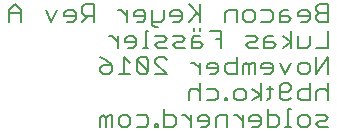
<source format=gbo>
G75*
%MOIN*%
%OFA0B0*%
%FSLAX25Y25*%
%IPPOS*%
%LPD*%
%AMOC8*
5,1,8,0,0,1.08239X$1,22.5*
%
%ADD10C,0.00800*%
D10*
X0093223Y0118356D02*
X0093223Y0121258D01*
X0094190Y0122226D01*
X0095158Y0121258D01*
X0095158Y0118356D01*
X0097093Y0118356D02*
X0097093Y0122226D01*
X0096125Y0122226D01*
X0095158Y0121258D01*
X0099300Y0121258D02*
X0099300Y0119323D01*
X0100267Y0118356D01*
X0102202Y0118356D01*
X0103170Y0119323D01*
X0103170Y0121258D01*
X0102202Y0122226D01*
X0100267Y0122226D01*
X0099300Y0121258D01*
X0105377Y0122226D02*
X0108280Y0122226D01*
X0109247Y0121258D01*
X0109247Y0119323D01*
X0108280Y0118356D01*
X0105377Y0118356D01*
X0111318Y0118356D02*
X0112286Y0118356D01*
X0112286Y0119323D01*
X0111318Y0119323D01*
X0111318Y0118356D01*
X0114493Y0118356D02*
X0117395Y0118356D01*
X0118363Y0119323D01*
X0118363Y0121258D01*
X0117395Y0122226D01*
X0114493Y0122226D01*
X0114493Y0124161D02*
X0114493Y0118356D01*
X0120525Y0122226D02*
X0121492Y0122226D01*
X0123427Y0120291D01*
X0123427Y0118356D02*
X0123427Y0122226D01*
X0125634Y0121258D02*
X0125634Y0120291D01*
X0129504Y0120291D01*
X0129504Y0121258D02*
X0128537Y0122226D01*
X0126602Y0122226D01*
X0125634Y0121258D01*
X0126602Y0118356D02*
X0128537Y0118356D01*
X0129504Y0119323D01*
X0129504Y0121258D01*
X0131712Y0121258D02*
X0131712Y0118356D01*
X0131712Y0121258D02*
X0132679Y0122226D01*
X0135582Y0122226D01*
X0135582Y0118356D01*
X0137743Y0122226D02*
X0138711Y0122226D01*
X0140646Y0120291D01*
X0140646Y0118356D02*
X0140646Y0122226D01*
X0142853Y0121258D02*
X0142853Y0120291D01*
X0146723Y0120291D01*
X0146723Y0121258D02*
X0145756Y0122226D01*
X0143821Y0122226D01*
X0142853Y0121258D01*
X0143821Y0118356D02*
X0145756Y0118356D01*
X0146723Y0119323D01*
X0146723Y0121258D01*
X0148930Y0122226D02*
X0151833Y0122226D01*
X0152800Y0121258D01*
X0152800Y0119323D01*
X0151833Y0118356D01*
X0148930Y0118356D01*
X0148930Y0124161D01*
X0148840Y0127106D02*
X0149807Y0128073D01*
X0149807Y0131943D01*
X0148840Y0130976D02*
X0150775Y0130976D01*
X0152982Y0131943D02*
X0152982Y0128073D01*
X0153949Y0127106D01*
X0155884Y0127106D01*
X0156852Y0128073D01*
X0155884Y0130008D02*
X0152982Y0130008D01*
X0152982Y0131943D02*
X0153949Y0132911D01*
X0155884Y0132911D01*
X0156852Y0131943D01*
X0156852Y0130976D01*
X0155884Y0130008D01*
X0159059Y0130008D02*
X0159059Y0128073D01*
X0160027Y0127106D01*
X0162929Y0127106D01*
X0162929Y0132911D01*
X0162929Y0130976D02*
X0160027Y0130976D01*
X0159059Y0130008D01*
X0160027Y0135856D02*
X0159059Y0136823D01*
X0159059Y0138758D01*
X0160027Y0139726D01*
X0161961Y0139726D01*
X0162929Y0138758D01*
X0162929Y0136823D01*
X0161961Y0135856D01*
X0160027Y0135856D01*
X0156852Y0139726D02*
X0154917Y0135856D01*
X0152982Y0139726D01*
X0150775Y0138758D02*
X0150775Y0136823D01*
X0149807Y0135856D01*
X0147872Y0135856D01*
X0146905Y0137791D02*
X0150775Y0137791D01*
X0150775Y0138758D02*
X0149807Y0139726D01*
X0147872Y0139726D01*
X0146905Y0138758D01*
X0146905Y0137791D01*
X0144697Y0135856D02*
X0144697Y0139726D01*
X0143730Y0139726D01*
X0142762Y0138758D01*
X0141795Y0139726D01*
X0140827Y0138758D01*
X0140827Y0135856D01*
X0142762Y0135856D02*
X0142762Y0138758D01*
X0138620Y0139726D02*
X0135718Y0139726D01*
X0134750Y0138758D01*
X0134750Y0136823D01*
X0135718Y0135856D01*
X0138620Y0135856D01*
X0138620Y0141661D01*
X0141840Y0145573D02*
X0142808Y0146541D01*
X0144743Y0146541D01*
X0145710Y0147508D01*
X0144743Y0148476D01*
X0141840Y0148476D01*
X0141840Y0145573D02*
X0142808Y0144606D01*
X0145710Y0144606D01*
X0147917Y0144606D02*
X0147917Y0147508D01*
X0148885Y0148476D01*
X0150820Y0148476D01*
X0150820Y0146541D02*
X0147917Y0146541D01*
X0147917Y0144606D02*
X0150820Y0144606D01*
X0151787Y0145573D01*
X0150820Y0146541D01*
X0153949Y0148476D02*
X0156852Y0146541D01*
X0153949Y0144606D01*
X0156852Y0144606D02*
X0156852Y0150411D01*
X0159059Y0148476D02*
X0159059Y0144606D01*
X0161961Y0144606D01*
X0162929Y0145573D01*
X0162929Y0148476D01*
X0165136Y0144606D02*
X0169006Y0144606D01*
X0169006Y0150411D01*
X0169006Y0153356D02*
X0166104Y0153356D01*
X0165136Y0154323D01*
X0165136Y0155291D01*
X0166104Y0156258D01*
X0169006Y0156258D01*
X0169006Y0153356D02*
X0169006Y0159161D01*
X0166104Y0159161D01*
X0165136Y0158193D01*
X0165136Y0157226D01*
X0166104Y0156258D01*
X0162929Y0156258D02*
X0162929Y0154323D01*
X0161961Y0153356D01*
X0160027Y0153356D01*
X0159059Y0155291D02*
X0162929Y0155291D01*
X0162929Y0156258D02*
X0161961Y0157226D01*
X0160027Y0157226D01*
X0159059Y0156258D01*
X0159059Y0155291D01*
X0156852Y0154323D02*
X0155884Y0155291D01*
X0152982Y0155291D01*
X0152982Y0156258D02*
X0152982Y0153356D01*
X0155884Y0153356D01*
X0156852Y0154323D01*
X0155884Y0157226D02*
X0153949Y0157226D01*
X0152982Y0156258D01*
X0150775Y0156258D02*
X0150775Y0154323D01*
X0149807Y0153356D01*
X0146905Y0153356D01*
X0144697Y0154323D02*
X0143730Y0153356D01*
X0141795Y0153356D01*
X0140827Y0154323D01*
X0140827Y0156258D01*
X0141795Y0157226D01*
X0143730Y0157226D01*
X0144697Y0156258D01*
X0144697Y0154323D01*
X0146905Y0157226D02*
X0149807Y0157226D01*
X0150775Y0156258D01*
X0138620Y0157226D02*
X0138620Y0153356D01*
X0134750Y0153356D02*
X0134750Y0156258D01*
X0135718Y0157226D01*
X0138620Y0157226D01*
X0133556Y0150411D02*
X0129686Y0150411D01*
X0126511Y0150411D02*
X0126511Y0151378D01*
X0124576Y0151378D02*
X0124576Y0150411D01*
X0124576Y0148476D02*
X0123609Y0147508D01*
X0123609Y0144606D01*
X0126511Y0144606D01*
X0127479Y0145573D01*
X0126511Y0146541D01*
X0123609Y0146541D01*
X0124576Y0148476D02*
X0126511Y0148476D01*
X0126466Y0153356D02*
X0126466Y0159161D01*
X0125498Y0156258D02*
X0122596Y0153356D01*
X0120389Y0154323D02*
X0120389Y0156258D01*
X0119421Y0157226D01*
X0117486Y0157226D01*
X0116519Y0156258D01*
X0116519Y0155291D01*
X0120389Y0155291D01*
X0120389Y0154323D02*
X0119421Y0153356D01*
X0117486Y0153356D01*
X0114311Y0154323D02*
X0113344Y0153356D01*
X0110441Y0153356D01*
X0110441Y0152388D02*
X0111409Y0151421D01*
X0112376Y0151421D01*
X0110441Y0152388D02*
X0110441Y0157226D01*
X0108234Y0156258D02*
X0108234Y0154323D01*
X0107267Y0153356D01*
X0105332Y0153356D01*
X0104364Y0155291D02*
X0108234Y0155291D01*
X0108234Y0156258D02*
X0107267Y0157226D01*
X0105332Y0157226D01*
X0104364Y0156258D01*
X0104364Y0155291D01*
X0102157Y0155291D02*
X0100222Y0157226D01*
X0099255Y0157226D01*
X0102157Y0157226D02*
X0102157Y0153356D01*
X0102293Y0148476D02*
X0101326Y0147508D01*
X0101326Y0146541D01*
X0105196Y0146541D01*
X0105196Y0147508D02*
X0104228Y0148476D01*
X0102293Y0148476D01*
X0105196Y0147508D02*
X0105196Y0145573D01*
X0104228Y0144606D01*
X0102293Y0144606D01*
X0101235Y0141661D02*
X0101235Y0135856D01*
X0103170Y0135856D02*
X0099300Y0135856D01*
X0097093Y0136823D02*
X0096125Y0135856D01*
X0094190Y0135856D01*
X0093223Y0136823D01*
X0093223Y0137791D01*
X0094190Y0138758D01*
X0097093Y0138758D01*
X0097093Y0136823D01*
X0097093Y0138758D02*
X0095158Y0140693D01*
X0093223Y0141661D01*
X0099118Y0144606D02*
X0099118Y0148476D01*
X0097184Y0148476D02*
X0099118Y0146541D01*
X0097184Y0148476D02*
X0096216Y0148476D01*
X0091016Y0153356D02*
X0091016Y0159161D01*
X0088113Y0159161D01*
X0087146Y0158193D01*
X0087146Y0156258D01*
X0088113Y0155291D01*
X0091016Y0155291D01*
X0089081Y0155291D02*
X0087146Y0153356D01*
X0084938Y0154323D02*
X0084938Y0156258D01*
X0083971Y0157226D01*
X0082036Y0157226D01*
X0081068Y0156258D01*
X0081068Y0155291D01*
X0084938Y0155291D01*
X0084938Y0154323D02*
X0083971Y0153356D01*
X0082036Y0153356D01*
X0078861Y0157226D02*
X0076926Y0153356D01*
X0074991Y0157226D01*
X0066707Y0157226D02*
X0066707Y0153356D01*
X0066707Y0156258D02*
X0062837Y0156258D01*
X0062837Y0157226D02*
X0062837Y0153356D01*
X0062837Y0157226D02*
X0064772Y0159161D01*
X0066707Y0157226D01*
X0101235Y0141661D02*
X0103170Y0139726D01*
X0105377Y0140693D02*
X0105377Y0136823D01*
X0106345Y0135856D01*
X0108280Y0135856D01*
X0109247Y0136823D01*
X0105377Y0140693D01*
X0106345Y0141661D01*
X0108280Y0141661D01*
X0109247Y0140693D01*
X0109247Y0136823D01*
X0111454Y0135856D02*
X0115324Y0135856D01*
X0111454Y0139726D01*
X0111454Y0140693D01*
X0112422Y0141661D01*
X0114357Y0141661D01*
X0115324Y0140693D01*
X0115324Y0144606D02*
X0112422Y0144606D01*
X0111454Y0145573D01*
X0112422Y0146541D01*
X0114357Y0146541D01*
X0115324Y0147508D01*
X0114357Y0148476D01*
X0111454Y0148476D01*
X0109247Y0150411D02*
X0108280Y0150411D01*
X0108280Y0144606D01*
X0109247Y0144606D02*
X0107312Y0144606D01*
X0117532Y0145573D02*
X0118499Y0146541D01*
X0120434Y0146541D01*
X0121402Y0147508D01*
X0120434Y0148476D01*
X0117532Y0148476D01*
X0117532Y0145573D02*
X0118499Y0144606D01*
X0121402Y0144606D01*
X0123563Y0139726D02*
X0124531Y0139726D01*
X0126466Y0137791D01*
X0126466Y0135856D02*
X0126466Y0139726D01*
X0128673Y0138758D02*
X0128673Y0137791D01*
X0132543Y0137791D01*
X0132543Y0138758D02*
X0132543Y0136823D01*
X0131576Y0135856D01*
X0129641Y0135856D01*
X0126466Y0132911D02*
X0126466Y0127106D01*
X0128673Y0127106D02*
X0131576Y0127106D01*
X0132543Y0128073D01*
X0132543Y0130008D01*
X0131576Y0130976D01*
X0128673Y0130976D01*
X0126466Y0130008D02*
X0125498Y0130976D01*
X0123563Y0130976D01*
X0122596Y0130008D01*
X0122596Y0127106D01*
X0134614Y0127106D02*
X0135582Y0127106D01*
X0135582Y0128073D01*
X0134614Y0128073D01*
X0134614Y0127106D01*
X0137789Y0128073D02*
X0137789Y0130008D01*
X0138756Y0130976D01*
X0140691Y0130976D01*
X0141659Y0130008D01*
X0141659Y0128073D01*
X0140691Y0127106D01*
X0138756Y0127106D01*
X0137789Y0128073D01*
X0143821Y0127106D02*
X0146723Y0129041D01*
X0143821Y0130976D01*
X0146723Y0132911D02*
X0146723Y0127106D01*
X0155884Y0124161D02*
X0155884Y0118356D01*
X0154917Y0118356D02*
X0156852Y0118356D01*
X0159059Y0119323D02*
X0159059Y0121258D01*
X0160027Y0122226D01*
X0161961Y0122226D01*
X0162929Y0121258D01*
X0162929Y0119323D01*
X0161961Y0118356D01*
X0160027Y0118356D01*
X0159059Y0119323D01*
X0156852Y0124161D02*
X0155884Y0124161D01*
X0165136Y0122226D02*
X0168039Y0122226D01*
X0169006Y0121258D01*
X0168039Y0120291D01*
X0166104Y0120291D01*
X0165136Y0119323D01*
X0166104Y0118356D01*
X0169006Y0118356D01*
X0169006Y0127106D02*
X0169006Y0132911D01*
X0168039Y0130976D02*
X0166104Y0130976D01*
X0165136Y0130008D01*
X0165136Y0127106D01*
X0169006Y0130008D02*
X0168039Y0130976D01*
X0169006Y0135856D02*
X0169006Y0141661D01*
X0165136Y0135856D01*
X0165136Y0141661D01*
X0133556Y0144606D02*
X0133556Y0150411D01*
X0133556Y0147508D02*
X0131621Y0147508D01*
X0131576Y0139726D02*
X0129641Y0139726D01*
X0128673Y0138758D01*
X0131576Y0139726D02*
X0132543Y0138758D01*
X0126466Y0155291D02*
X0122596Y0159161D01*
X0114311Y0157226D02*
X0114311Y0154323D01*
M02*

</source>
